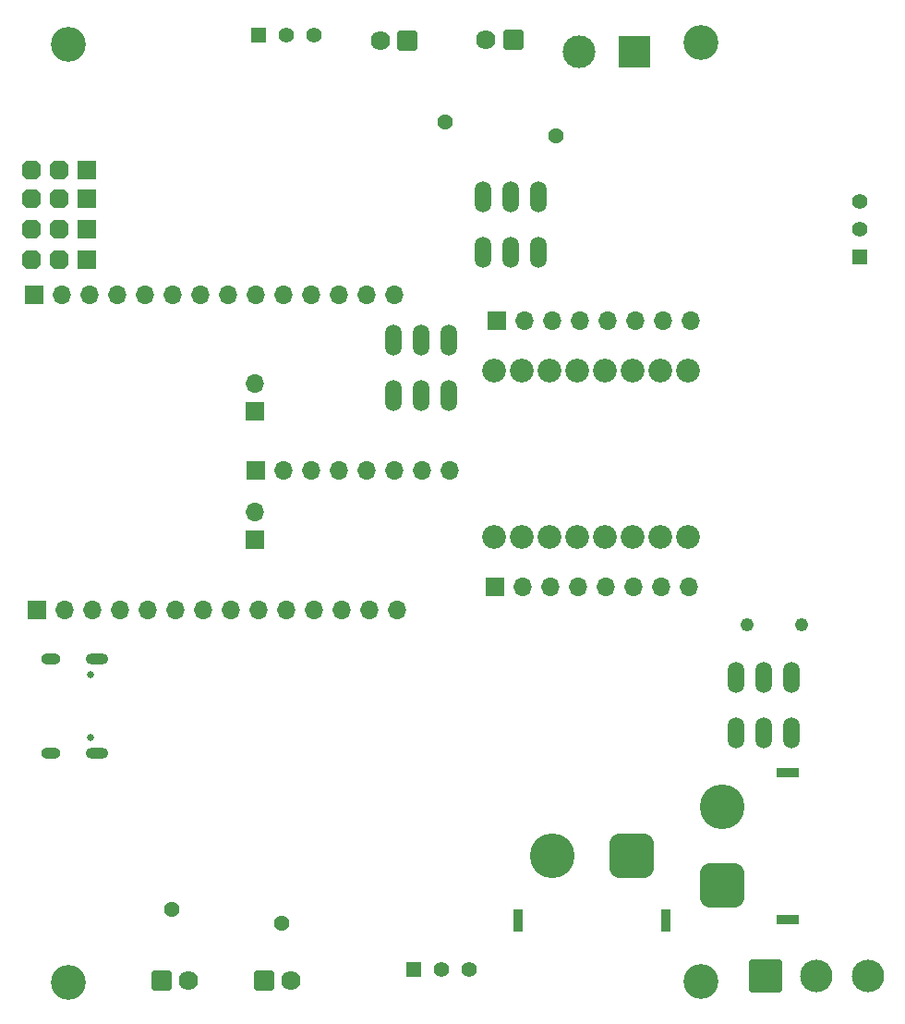
<source format=gbr>
%TF.GenerationSoftware,KiCad,Pcbnew,8.0.2*%
%TF.CreationDate,2024-06-04T14:33:09+05:30*%
%TF.ProjectId,evoborne,65766f62-6f72-46e6-952e-6b696361645f,rev?*%
%TF.SameCoordinates,Original*%
%TF.FileFunction,Soldermask,Bot*%
%TF.FilePolarity,Negative*%
%FSLAX46Y46*%
G04 Gerber Fmt 4.6, Leading zero omitted, Abs format (unit mm)*
G04 Created by KiCad (PCBNEW 8.0.2) date 2024-06-04 14:33:09*
%MOMM*%
%LPD*%
G01*
G04 APERTURE LIST*
G04 Aperture macros list*
%AMRoundRect*
0 Rectangle with rounded corners*
0 $1 Rounding radius*
0 $2 $3 $4 $5 $6 $7 $8 $9 X,Y pos of 4 corners*
0 Add a 4 corners polygon primitive as box body*
4,1,4,$2,$3,$4,$5,$6,$7,$8,$9,$2,$3,0*
0 Add four circle primitives for the rounded corners*
1,1,$1+$1,$2,$3*
1,1,$1+$1,$4,$5*
1,1,$1+$1,$6,$7*
1,1,$1+$1,$8,$9*
0 Add four rect primitives between the rounded corners*
20,1,$1+$1,$2,$3,$4,$5,0*
20,1,$1+$1,$4,$5,$6,$7,0*
20,1,$1+$1,$6,$7,$8,$9,0*
20,1,$1+$1,$8,$9,$2,$3,0*%
%AMFreePoly0*
4,1,25,0.440719,0.844196,0.452842,0.833842,0.833842,0.452842,0.862349,0.396894,0.863600,0.381000,0.863600,-0.381000,0.844196,-0.440719,0.833842,-0.452842,0.452842,-0.833842,0.396894,-0.862349,0.381000,-0.863600,-0.381000,-0.863600,-0.440719,-0.844196,-0.452842,-0.833842,-0.833842,-0.452842,-0.862349,-0.396894,-0.863600,-0.381000,-0.863600,0.381000,-0.844196,0.440719,-0.833842,0.452842,
-0.452842,0.833842,-0.396894,0.862349,-0.381000,0.863600,0.381000,0.863600,0.440719,0.844196,0.440719,0.844196,$1*%
G04 Aperture macros list end*
%ADD10RoundRect,0.101600X-0.762000X0.762000X-0.762000X-0.762000X0.762000X-0.762000X0.762000X0.762000X0*%
%ADD11FreePoly0,270.000000*%
%ADD12R,1.700000X1.700000*%
%ADD13O,1.700000X1.700000*%
%ADD14RoundRect,0.102000X0.787500X0.787500X-0.787500X0.787500X-0.787500X-0.787500X0.787500X-0.787500X0*%
%ADD15C,1.779000*%
%ADD16RoundRect,0.102000X-0.609000X-0.609000X0.609000X-0.609000X0.609000X0.609000X-0.609000X0.609000X0*%
%ADD17C,1.422000*%
%ADD18C,3.200000*%
%ADD19O,1.524000X2.844800*%
%ADD20RoundRect,0.102000X-0.787500X-0.787500X0.787500X-0.787500X0.787500X0.787500X-0.787500X0.787500X0*%
%ADD21C,2.184000*%
%ADD22R,0.900000X2.000000*%
%ADD23RoundRect,1.025000X1.025000X1.025000X-1.025000X1.025000X-1.025000X-1.025000X1.025000X-1.025000X0*%
%ADD24C,4.100000*%
%ADD25RoundRect,0.102000X0.609000X-0.609000X0.609000X0.609000X-0.609000X0.609000X-0.609000X-0.609000X0*%
%ADD26C,1.432000*%
%ADD27R,3.000000X3.000000*%
%ADD28C,3.000000*%
%ADD29C,0.650000*%
%ADD30O,2.100000X1.000000*%
%ADD31O,1.800000X1.000000*%
%ADD32C,1.219000*%
%ADD33RoundRect,0.102000X-1.387500X-1.387500X1.387500X-1.387500X1.387500X1.387500X-1.387500X1.387500X0*%
%ADD34C,2.979000*%
%ADD35R,2.000000X0.900000*%
%ADD36RoundRect,1.025000X-1.025000X1.025000X-1.025000X-1.025000X1.025000X-1.025000X1.025000X1.025000X0*%
G04 APERTURE END LIST*
D10*
%TO.C,J6*%
X56640000Y-82580000D03*
D11*
X54100000Y-82580000D03*
X51560000Y-82580000D03*
%TD*%
D12*
%TO.C,J12*%
X94130000Y-115310000D03*
D13*
X96670000Y-115310000D03*
X99210000Y-115310000D03*
X101750000Y-115310000D03*
X104290000Y-115310000D03*
X106830000Y-115310000D03*
X109370000Y-115310000D03*
X111910000Y-115310000D03*
%TD*%
D10*
%TO.C,J5*%
X56700000Y-85330000D03*
D11*
X54160000Y-85330000D03*
X51620000Y-85330000D03*
%TD*%
D14*
%TO.C,J4*%
X86086000Y-65261000D03*
D15*
X83586000Y-65261000D03*
%TD*%
D12*
%TO.C,J17*%
X51890000Y-88590000D03*
D13*
X54430000Y-88590000D03*
X56970000Y-88590000D03*
X59510000Y-88590000D03*
X62050000Y-88590000D03*
X64590000Y-88590000D03*
X67130000Y-88590000D03*
X69670000Y-88590000D03*
X72210000Y-88590000D03*
X74750000Y-88590000D03*
X77290000Y-88590000D03*
X79830000Y-88590000D03*
X82370000Y-88590000D03*
X84910000Y-88590000D03*
%TD*%
D12*
%TO.C,J11*%
X94270000Y-90910000D03*
D13*
X96810000Y-90910000D03*
X99350000Y-90910000D03*
X101890000Y-90910000D03*
X104430000Y-90910000D03*
X106970000Y-90910000D03*
X109510000Y-90910000D03*
X112050000Y-90910000D03*
%TD*%
D16*
%TO.C,R6*%
X72390000Y-64770000D03*
D17*
X74930000Y-64770000D03*
X77470000Y-64770000D03*
%TD*%
D12*
%TO.C,J15*%
X72136000Y-104648000D03*
D13*
X74676000Y-104648000D03*
X77216000Y-104648000D03*
X79756000Y-104648000D03*
X82296000Y-104648000D03*
X84836000Y-104648000D03*
X87376000Y-104648000D03*
X89916000Y-104648000D03*
%TD*%
D18*
%TO.C,H2*%
X54980000Y-65620000D03*
%TD*%
D10*
%TO.C,J8*%
X56650000Y-77120000D03*
D11*
X54110000Y-77120000D03*
X51570000Y-77120000D03*
%TD*%
D19*
%TO.C,SW3*%
X84770000Y-92710000D03*
X87310000Y-92710000D03*
X89850000Y-92710000D03*
X84770000Y-97790000D03*
X87310000Y-97790000D03*
X89850000Y-97790000D03*
%TD*%
D12*
%TO.C,J18*%
X72070000Y-111000000D03*
D13*
X72070000Y-108460000D03*
%TD*%
D18*
%TO.C,H3*%
X113020000Y-65430000D03*
%TD*%
D10*
%TO.C,J7*%
X56710000Y-79800000D03*
D11*
X54170000Y-79800000D03*
X51630000Y-79800000D03*
%TD*%
D19*
%TO.C,SW2*%
X121260000Y-128680000D03*
X118720000Y-128680000D03*
X116180000Y-128680000D03*
X121260000Y-123600000D03*
X118720000Y-123600000D03*
X116180000Y-123600000D03*
%TD*%
D20*
%TO.C,J1*%
X63520000Y-151384000D03*
D15*
X66020000Y-151384000D03*
%TD*%
D20*
%TO.C,J2*%
X72918000Y-151401000D03*
D15*
X75418000Y-151401000D03*
%TD*%
D21*
%TO.C,U1*%
X93990000Y-110740000D03*
X96530000Y-110740000D03*
X99070000Y-110740000D03*
X101610000Y-110740000D03*
X104150000Y-110740000D03*
X106690000Y-110740000D03*
X109230000Y-110740000D03*
X111770000Y-110740000D03*
X111770000Y-95500000D03*
X109230000Y-95500000D03*
X106690000Y-95500000D03*
X104150000Y-95500000D03*
X101610000Y-95500000D03*
X99070000Y-95500000D03*
X96530000Y-95500000D03*
X93990000Y-95500000D03*
%TD*%
D12*
%TO.C,J16*%
X52120000Y-117450000D03*
D13*
X54660000Y-117450000D03*
X57200000Y-117450000D03*
X59740000Y-117450000D03*
X62280000Y-117450000D03*
X64820000Y-117450000D03*
X67360000Y-117450000D03*
X69900000Y-117450000D03*
X72440000Y-117450000D03*
X74980000Y-117450000D03*
X77520000Y-117450000D03*
X80060000Y-117450000D03*
X82600000Y-117450000D03*
X85140000Y-117450000D03*
%TD*%
D22*
%TO.C,J9*%
X109740000Y-145940000D03*
X96240000Y-145940000D03*
D23*
X106590000Y-139940000D03*
D24*
X99390000Y-139940000D03*
%TD*%
D25*
%TO.C,R7*%
X127508000Y-85090000D03*
D17*
X127508000Y-82550000D03*
X127508000Y-80010000D03*
%TD*%
D26*
%TO.C,F2*%
X89535000Y-72720000D03*
X99685000Y-74020000D03*
%TD*%
D12*
%TO.C,J19*%
X72090000Y-99285000D03*
D13*
X72090000Y-96745000D03*
%TD*%
D27*
%TO.C,J13*%
X106860000Y-66290000D03*
D28*
X101780000Y-66290000D03*
%TD*%
D16*
%TO.C,R5*%
X86614000Y-150368000D03*
D17*
X89154000Y-150368000D03*
X91694000Y-150368000D03*
%TD*%
D29*
%TO.C,J14*%
X57055000Y-123380000D03*
X57055000Y-129160000D03*
D30*
X57575000Y-121950000D03*
D31*
X53375000Y-121950000D03*
D30*
X57575000Y-130590000D03*
D31*
X53375000Y-130590000D03*
%TD*%
D18*
%TO.C,H4*%
X55010000Y-151550000D03*
%TD*%
%TO.C,H1*%
X113010000Y-151450000D03*
%TD*%
D32*
%TO.C,F1*%
X122245000Y-118830000D03*
X117195000Y-118830000D03*
%TD*%
D19*
%TO.C,SW4*%
X93000000Y-79630000D03*
X95540000Y-79630000D03*
X98080000Y-79630000D03*
X93000000Y-84710000D03*
X95540000Y-84710000D03*
X98080000Y-84710000D03*
%TD*%
D33*
%TO.C,SW1*%
X118870000Y-150940000D03*
D34*
X123570000Y-150940000D03*
X128270000Y-150940000D03*
%TD*%
D26*
%TO.C,F3*%
X74575000Y-146150000D03*
X64425000Y-144850000D03*
%TD*%
D14*
%TO.C,J3*%
X95758000Y-65244000D03*
D15*
X93258000Y-65244000D03*
%TD*%
D35*
%TO.C,J10*%
X120940000Y-132330000D03*
X120940000Y-145830000D03*
D36*
X114940000Y-142680000D03*
D24*
X114940000Y-135480000D03*
%TD*%
M02*

</source>
